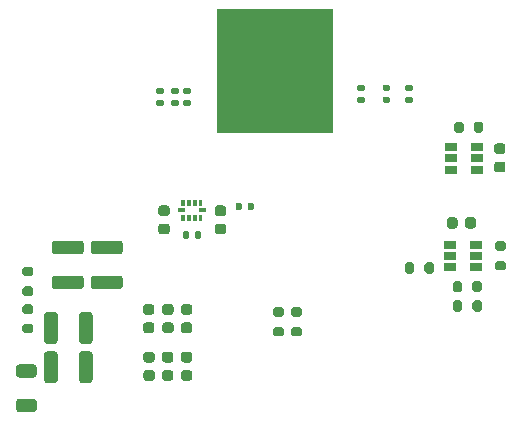
<source format=gbr>
%TF.GenerationSoftware,KiCad,Pcbnew,(5.1.10)-1*%
%TF.CreationDate,2021-08-04T12:31:07+02:00*%
%TF.ProjectId,astropix_v2,61737472-6f70-4697-985f-76322e6b6963,1.0*%
%TF.SameCoordinates,Original*%
%TF.FileFunction,Paste,Top*%
%TF.FilePolarity,Positive*%
%FSLAX46Y46*%
G04 Gerber Fmt 4.6, Leading zero omitted, Abs format (unit mm)*
G04 Created by KiCad (PCBNEW (5.1.10)-1) date 2021-08-04 12:31:07*
%MOMM*%
%LPD*%
G01*
G04 APERTURE LIST*
%ADD10C,0.100000*%
%ADD11R,0.125000X0.500000*%
%ADD12R,0.125000X0.600000*%
%ADD13R,9.800000X10.500000*%
%ADD14R,0.600000X0.125000*%
%ADD15R,1.060000X0.650000*%
G04 APERTURE END LIST*
D10*
%TO.C,U2*%
G36*
X120596300Y-83797697D02*
G01*
X120321302Y-83797697D01*
X120321302Y-83242699D01*
X120596300Y-83242699D01*
X120596300Y-83797697D01*
G37*
G36*
X121096302Y-83797697D02*
G01*
X120821304Y-83797697D01*
X120821304Y-83242699D01*
X121096302Y-83242699D01*
X121096302Y-83797697D01*
G37*
G36*
X121596299Y-83797697D02*
G01*
X121321301Y-83797697D01*
X121321301Y-83242699D01*
X121596299Y-83242699D01*
X121596299Y-83797697D01*
G37*
G36*
X122096299Y-83797697D02*
G01*
X121821301Y-83797697D01*
X121821301Y-83242699D01*
X122096299Y-83242699D01*
X122096299Y-83797697D01*
G37*
G36*
X121766301Y-83042696D02*
G01*
X121766301Y-82717698D01*
X122371299Y-82717698D01*
X122371299Y-83042696D01*
X121766301Y-83042696D01*
G37*
G36*
X122096299Y-82517698D02*
G01*
X121821301Y-82517698D01*
X121821301Y-81962700D01*
X122096299Y-81962700D01*
X122096299Y-82517698D01*
G37*
G36*
X121596299Y-82517698D02*
G01*
X121321301Y-82517698D01*
X121321301Y-81962700D01*
X121596299Y-81962700D01*
X121596299Y-82517698D01*
G37*
G36*
X121096302Y-82517698D02*
G01*
X120821304Y-82517698D01*
X120821304Y-81962700D01*
X121096302Y-81962700D01*
X121096302Y-82517698D01*
G37*
G36*
X120596300Y-82517698D02*
G01*
X120321302Y-82517698D01*
X120321302Y-81962700D01*
X120596300Y-81962700D01*
X120596300Y-82517698D01*
G37*
G36*
X120046300Y-83042696D02*
G01*
X120046300Y-82717698D01*
X120651298Y-82717698D01*
X120651298Y-83042696D01*
X120046300Y-83042696D01*
G37*
%TD*%
%TO.C,R8*%
G36*
G01*
X139388000Y-73265000D02*
X139758000Y-73265000D01*
G75*
G02*
X139893000Y-73400000I0J-135000D01*
G01*
X139893000Y-73670000D01*
G75*
G02*
X139758000Y-73805000I-135000J0D01*
G01*
X139388000Y-73805000D01*
G75*
G02*
X139253000Y-73670000I0J135000D01*
G01*
X139253000Y-73400000D01*
G75*
G02*
X139388000Y-73265000I135000J0D01*
G01*
G37*
G36*
G01*
X139388000Y-72245000D02*
X139758000Y-72245000D01*
G75*
G02*
X139893000Y-72380000I0J-135000D01*
G01*
X139893000Y-72650000D01*
G75*
G02*
X139758000Y-72785000I-135000J0D01*
G01*
X139388000Y-72785000D01*
G75*
G02*
X139253000Y-72650000I0J135000D01*
G01*
X139253000Y-72380000D01*
G75*
G02*
X139388000Y-72245000I135000J0D01*
G01*
G37*
%TD*%
%TO.C,R18*%
G36*
G01*
X135324000Y-73265000D02*
X135694000Y-73265000D01*
G75*
G02*
X135829000Y-73400000I0J-135000D01*
G01*
X135829000Y-73670000D01*
G75*
G02*
X135694000Y-73805000I-135000J0D01*
G01*
X135324000Y-73805000D01*
G75*
G02*
X135189000Y-73670000I0J135000D01*
G01*
X135189000Y-73400000D01*
G75*
G02*
X135324000Y-73265000I135000J0D01*
G01*
G37*
G36*
G01*
X135324000Y-72245000D02*
X135694000Y-72245000D01*
G75*
G02*
X135829000Y-72380000I0J-135000D01*
G01*
X135829000Y-72650000D01*
G75*
G02*
X135694000Y-72785000I-135000J0D01*
G01*
X135324000Y-72785000D01*
G75*
G02*
X135189000Y-72650000I0J135000D01*
G01*
X135189000Y-72380000D01*
G75*
G02*
X135324000Y-72245000I135000J0D01*
G01*
G37*
%TD*%
%TO.C,R17*%
G36*
G01*
X137483000Y-73265000D02*
X137853000Y-73265000D01*
G75*
G02*
X137988000Y-73400000I0J-135000D01*
G01*
X137988000Y-73670000D01*
G75*
G02*
X137853000Y-73805000I-135000J0D01*
G01*
X137483000Y-73805000D01*
G75*
G02*
X137348000Y-73670000I0J135000D01*
G01*
X137348000Y-73400000D01*
G75*
G02*
X137483000Y-73265000I135000J0D01*
G01*
G37*
G36*
G01*
X137483000Y-72245000D02*
X137853000Y-72245000D01*
G75*
G02*
X137988000Y-72380000I0J-135000D01*
G01*
X137988000Y-72650000D01*
G75*
G02*
X137853000Y-72785000I-135000J0D01*
G01*
X137483000Y-72785000D01*
G75*
G02*
X137348000Y-72650000I0J135000D01*
G01*
X137348000Y-72380000D01*
G75*
G02*
X137483000Y-72245000I135000J0D01*
G01*
G37*
%TD*%
%TO.C,R14*%
G36*
G01*
X118676000Y-73039000D02*
X118306000Y-73039000D01*
G75*
G02*
X118171000Y-72904000I0J135000D01*
G01*
X118171000Y-72634000D01*
G75*
G02*
X118306000Y-72499000I135000J0D01*
G01*
X118676000Y-72499000D01*
G75*
G02*
X118811000Y-72634000I0J-135000D01*
G01*
X118811000Y-72904000D01*
G75*
G02*
X118676000Y-73039000I-135000J0D01*
G01*
G37*
G36*
G01*
X118676000Y-74059000D02*
X118306000Y-74059000D01*
G75*
G02*
X118171000Y-73924000I0J135000D01*
G01*
X118171000Y-73654000D01*
G75*
G02*
X118306000Y-73519000I135000J0D01*
G01*
X118676000Y-73519000D01*
G75*
G02*
X118811000Y-73654000I0J-135000D01*
G01*
X118811000Y-73924000D01*
G75*
G02*
X118676000Y-74059000I-135000J0D01*
G01*
G37*
%TD*%
%TO.C,R13*%
G36*
G01*
X120962000Y-73041000D02*
X120592000Y-73041000D01*
G75*
G02*
X120457000Y-72906000I0J135000D01*
G01*
X120457000Y-72636000D01*
G75*
G02*
X120592000Y-72501000I135000J0D01*
G01*
X120962000Y-72501000D01*
G75*
G02*
X121097000Y-72636000I0J-135000D01*
G01*
X121097000Y-72906000D01*
G75*
G02*
X120962000Y-73041000I-135000J0D01*
G01*
G37*
G36*
G01*
X120962000Y-74061000D02*
X120592000Y-74061000D01*
G75*
G02*
X120457000Y-73926000I0J135000D01*
G01*
X120457000Y-73656000D01*
G75*
G02*
X120592000Y-73521000I135000J0D01*
G01*
X120962000Y-73521000D01*
G75*
G02*
X121097000Y-73656000I0J-135000D01*
G01*
X121097000Y-73926000D01*
G75*
G02*
X120962000Y-74061000I-135000J0D01*
G01*
G37*
%TD*%
%TO.C,R10*%
G36*
G01*
X119946000Y-73039000D02*
X119576000Y-73039000D01*
G75*
G02*
X119441000Y-72904000I0J135000D01*
G01*
X119441000Y-72634000D01*
G75*
G02*
X119576000Y-72499000I135000J0D01*
G01*
X119946000Y-72499000D01*
G75*
G02*
X120081000Y-72634000I0J-135000D01*
G01*
X120081000Y-72904000D01*
G75*
G02*
X119946000Y-73039000I-135000J0D01*
G01*
G37*
G36*
G01*
X119946000Y-74059000D02*
X119576000Y-74059000D01*
G75*
G02*
X119441000Y-73924000I0J135000D01*
G01*
X119441000Y-73654000D01*
G75*
G02*
X119576000Y-73519000I135000J0D01*
G01*
X119946000Y-73519000D01*
G75*
G02*
X120081000Y-73654000I0J-135000D01*
G01*
X120081000Y-73924000D01*
G75*
G02*
X119946000Y-74059000I-135000J0D01*
G01*
G37*
%TD*%
%TO.C,C14*%
G36*
G01*
X117826600Y-97313200D02*
X117326600Y-97313200D01*
G75*
G02*
X117101600Y-97088200I0J225000D01*
G01*
X117101600Y-96638200D01*
G75*
G02*
X117326600Y-96413200I225000J0D01*
G01*
X117826600Y-96413200D01*
G75*
G02*
X118051600Y-96638200I0J-225000D01*
G01*
X118051600Y-97088200D01*
G75*
G02*
X117826600Y-97313200I-225000J0D01*
G01*
G37*
G36*
G01*
X117826600Y-95763200D02*
X117326600Y-95763200D01*
G75*
G02*
X117101600Y-95538200I0J225000D01*
G01*
X117101600Y-95088200D01*
G75*
G02*
X117326600Y-94863200I225000J0D01*
G01*
X117826600Y-94863200D01*
G75*
G02*
X118051600Y-95088200I0J-225000D01*
G01*
X118051600Y-95538200D01*
G75*
G02*
X117826600Y-95763200I-225000J0D01*
G01*
G37*
%TD*%
D11*
%TO.C,U4*%
X124220000Y-78120000D03*
X124320000Y-78120000D03*
D12*
X124520000Y-79520000D03*
X124620000Y-80970000D03*
X126820000Y-79520000D03*
X127120000Y-79520000D03*
X127220000Y-78120000D03*
X127320000Y-80970000D03*
X127420000Y-79520000D03*
X127520000Y-78120000D03*
X127620000Y-80970000D03*
X127720000Y-79520000D03*
X127820000Y-78120000D03*
X127920000Y-80970000D03*
X128020000Y-79520000D03*
X128120000Y-78120000D03*
X128220000Y-80970000D03*
X128320000Y-79520000D03*
X128420000Y-78120000D03*
D13*
X128270000Y-71120000D03*
D12*
X128520000Y-80970000D03*
X129920000Y-78120000D03*
X130020000Y-80970000D03*
X130120000Y-79520000D03*
X130220000Y-78120000D03*
X130320000Y-80970000D03*
X130420000Y-79520000D03*
X130520000Y-78120000D03*
D11*
X132720000Y-78120000D03*
X132870000Y-78120000D03*
X132570000Y-78120000D03*
D12*
X131720000Y-78120000D03*
X131820000Y-80970000D03*
X131620000Y-79520000D03*
X131020000Y-79520000D03*
X131120000Y-78120000D03*
X131220000Y-80970000D03*
X130920000Y-80970000D03*
X131320000Y-79520000D03*
X131420000Y-78120000D03*
X130620000Y-80970000D03*
X130820000Y-78120000D03*
X130720000Y-79520000D03*
D11*
X133320000Y-78120000D03*
X133020000Y-78120000D03*
X133170000Y-78120000D03*
D14*
X119120000Y-75470000D03*
X120320000Y-75570000D03*
X121470000Y-75670000D03*
X121470000Y-75970000D03*
X120320000Y-75870000D03*
X119120000Y-75770000D03*
X134920000Y-75770000D03*
X136070000Y-75870000D03*
X136070000Y-75570000D03*
X134920000Y-75470000D03*
X137270000Y-75670000D03*
X137270000Y-75970000D03*
%TD*%
%TO.C,R4*%
G36*
G01*
X125919200Y-82735000D02*
X125919200Y-82365000D01*
G75*
G02*
X126054200Y-82230000I135000J0D01*
G01*
X126324200Y-82230000D01*
G75*
G02*
X126459200Y-82365000I0J-135000D01*
G01*
X126459200Y-82735000D01*
G75*
G02*
X126324200Y-82870000I-135000J0D01*
G01*
X126054200Y-82870000D01*
G75*
G02*
X125919200Y-82735000I0J135000D01*
G01*
G37*
G36*
G01*
X124899200Y-82735000D02*
X124899200Y-82365000D01*
G75*
G02*
X125034200Y-82230000I135000J0D01*
G01*
X125304200Y-82230000D01*
G75*
G02*
X125439200Y-82365000I0J-135000D01*
G01*
X125439200Y-82735000D01*
G75*
G02*
X125304200Y-82870000I-135000J0D01*
G01*
X125034200Y-82870000D01*
G75*
G02*
X124899200Y-82735000I0J135000D01*
G01*
G37*
%TD*%
%TO.C,C3*%
G36*
G01*
X109844000Y-95064399D02*
X109844000Y-97264401D01*
G75*
G02*
X109594001Y-97514400I-249999J0D01*
G01*
X108943999Y-97514400D01*
G75*
G02*
X108694000Y-97264401I0J249999D01*
G01*
X108694000Y-95064399D01*
G75*
G02*
X108943999Y-94814400I249999J0D01*
G01*
X109594001Y-94814400D01*
G75*
G02*
X109844000Y-95064399I0J-249999D01*
G01*
G37*
G36*
G01*
X112794000Y-95064399D02*
X112794000Y-97264401D01*
G75*
G02*
X112544001Y-97514400I-249999J0D01*
G01*
X111893999Y-97514400D01*
G75*
G02*
X111644000Y-97264401I0J249999D01*
G01*
X111644000Y-95064399D01*
G75*
G02*
X111893999Y-94814400I249999J0D01*
G01*
X112544001Y-94814400D01*
G75*
G02*
X112794000Y-95064399I0J-249999D01*
G01*
G37*
%TD*%
%TO.C,R3*%
G36*
G01*
X121448800Y-85148000D02*
X121448800Y-84778000D01*
G75*
G02*
X121583800Y-84643000I135000J0D01*
G01*
X121853800Y-84643000D01*
G75*
G02*
X121988800Y-84778000I0J-135000D01*
G01*
X121988800Y-85148000D01*
G75*
G02*
X121853800Y-85283000I-135000J0D01*
G01*
X121583800Y-85283000D01*
G75*
G02*
X121448800Y-85148000I0J135000D01*
G01*
G37*
G36*
G01*
X120428800Y-85148000D02*
X120428800Y-84778000D01*
G75*
G02*
X120563800Y-84643000I135000J0D01*
G01*
X120833800Y-84643000D01*
G75*
G02*
X120968800Y-84778000I0J-135000D01*
G01*
X120968800Y-85148000D01*
G75*
G02*
X120833800Y-85283000I-135000J0D01*
G01*
X120563800Y-85283000D01*
G75*
G02*
X120428800Y-85148000I0J135000D01*
G01*
G37*
%TD*%
%TO.C,R6*%
G36*
G01*
X144228500Y-75569400D02*
X144228500Y-76119400D01*
G75*
G02*
X144028500Y-76319400I-200000J0D01*
G01*
X143628500Y-76319400D01*
G75*
G02*
X143428500Y-76119400I0J200000D01*
G01*
X143428500Y-75569400D01*
G75*
G02*
X143628500Y-75369400I200000J0D01*
G01*
X144028500Y-75369400D01*
G75*
G02*
X144228500Y-75569400I0J-200000D01*
G01*
G37*
G36*
G01*
X145878500Y-75569400D02*
X145878500Y-76119400D01*
G75*
G02*
X145678500Y-76319400I-200000J0D01*
G01*
X145278500Y-76319400D01*
G75*
G02*
X145078500Y-76119400I0J200000D01*
G01*
X145078500Y-75569400D01*
G75*
G02*
X145278500Y-75369400I200000J0D01*
G01*
X145678500Y-75369400D01*
G75*
G02*
X145878500Y-75569400I0J-200000D01*
G01*
G37*
%TD*%
%TO.C,C7*%
G36*
G01*
X118596600Y-84018000D02*
X119096600Y-84018000D01*
G75*
G02*
X119321600Y-84243000I0J-225000D01*
G01*
X119321600Y-84693000D01*
G75*
G02*
X119096600Y-84918000I-225000J0D01*
G01*
X118596600Y-84918000D01*
G75*
G02*
X118371600Y-84693000I0J225000D01*
G01*
X118371600Y-84243000D01*
G75*
G02*
X118596600Y-84018000I225000J0D01*
G01*
G37*
G36*
G01*
X118596600Y-82468000D02*
X119096600Y-82468000D01*
G75*
G02*
X119321600Y-82693000I0J-225000D01*
G01*
X119321600Y-83143000D01*
G75*
G02*
X119096600Y-83368000I-225000J0D01*
G01*
X118596600Y-83368000D01*
G75*
G02*
X118371600Y-83143000I0J225000D01*
G01*
X118371600Y-82693000D01*
G75*
G02*
X118596600Y-82468000I225000J0D01*
G01*
G37*
%TD*%
%TO.C,R5*%
G36*
G01*
X130323000Y-91904000D02*
X129773000Y-91904000D01*
G75*
G02*
X129573000Y-91704000I0J200000D01*
G01*
X129573000Y-91304000D01*
G75*
G02*
X129773000Y-91104000I200000J0D01*
G01*
X130323000Y-91104000D01*
G75*
G02*
X130523000Y-91304000I0J-200000D01*
G01*
X130523000Y-91704000D01*
G75*
G02*
X130323000Y-91904000I-200000J0D01*
G01*
G37*
G36*
G01*
X130323000Y-93554000D02*
X129773000Y-93554000D01*
G75*
G02*
X129573000Y-93354000I0J200000D01*
G01*
X129573000Y-92954000D01*
G75*
G02*
X129773000Y-92754000I200000J0D01*
G01*
X130323000Y-92754000D01*
G75*
G02*
X130523000Y-92954000I0J-200000D01*
G01*
X130523000Y-93354000D01*
G75*
G02*
X130323000Y-93554000I-200000J0D01*
G01*
G37*
%TD*%
%TO.C,R16*%
G36*
G01*
X144101000Y-89082200D02*
X144101000Y-89632200D01*
G75*
G02*
X143901000Y-89832200I-200000J0D01*
G01*
X143501000Y-89832200D01*
G75*
G02*
X143301000Y-89632200I0J200000D01*
G01*
X143301000Y-89082200D01*
G75*
G02*
X143501000Y-88882200I200000J0D01*
G01*
X143901000Y-88882200D01*
G75*
G02*
X144101000Y-89082200I0J-200000D01*
G01*
G37*
G36*
G01*
X145751000Y-89082200D02*
X145751000Y-89632200D01*
G75*
G02*
X145551000Y-89832200I-200000J0D01*
G01*
X145151000Y-89832200D01*
G75*
G02*
X144951000Y-89632200I0J200000D01*
G01*
X144951000Y-89082200D01*
G75*
G02*
X145151000Y-88882200I200000J0D01*
G01*
X145551000Y-88882200D01*
G75*
G02*
X145751000Y-89082200I0J-200000D01*
G01*
G37*
%TD*%
%TO.C,R15*%
G36*
G01*
X147595000Y-86316000D02*
X147045000Y-86316000D01*
G75*
G02*
X146845000Y-86116000I0J200000D01*
G01*
X146845000Y-85716000D01*
G75*
G02*
X147045000Y-85516000I200000J0D01*
G01*
X147595000Y-85516000D01*
G75*
G02*
X147795000Y-85716000I0J-200000D01*
G01*
X147795000Y-86116000D01*
G75*
G02*
X147595000Y-86316000I-200000J0D01*
G01*
G37*
G36*
G01*
X147595000Y-87966000D02*
X147045000Y-87966000D01*
G75*
G02*
X146845000Y-87766000I0J200000D01*
G01*
X146845000Y-87366000D01*
G75*
G02*
X147045000Y-87166000I200000J0D01*
G01*
X147595000Y-87166000D01*
G75*
G02*
X147795000Y-87366000I0J-200000D01*
G01*
X147795000Y-87766000D01*
G75*
G02*
X147595000Y-87966000I-200000J0D01*
G01*
G37*
%TD*%
%TO.C,R9*%
G36*
G01*
X140037000Y-87482000D02*
X140037000Y-88032000D01*
G75*
G02*
X139837000Y-88232000I-200000J0D01*
G01*
X139437000Y-88232000D01*
G75*
G02*
X139237000Y-88032000I0J200000D01*
G01*
X139237000Y-87482000D01*
G75*
G02*
X139437000Y-87282000I200000J0D01*
G01*
X139837000Y-87282000D01*
G75*
G02*
X140037000Y-87482000I0J-200000D01*
G01*
G37*
G36*
G01*
X141687000Y-87482000D02*
X141687000Y-88032000D01*
G75*
G02*
X141487000Y-88232000I-200000J0D01*
G01*
X141087000Y-88232000D01*
G75*
G02*
X140887000Y-88032000I0J200000D01*
G01*
X140887000Y-87482000D01*
G75*
G02*
X141087000Y-87282000I200000J0D01*
G01*
X141487000Y-87282000D01*
G75*
G02*
X141687000Y-87482000I0J-200000D01*
G01*
G37*
%TD*%
%TO.C,R1*%
G36*
G01*
X106562997Y-98842400D02*
X107813003Y-98842400D01*
G75*
G02*
X108063000Y-99092397I0J-249997D01*
G01*
X108063000Y-99717403D01*
G75*
G02*
X107813003Y-99967400I-249997J0D01*
G01*
X106562997Y-99967400D01*
G75*
G02*
X106313000Y-99717403I0J249997D01*
G01*
X106313000Y-99092397D01*
G75*
G02*
X106562997Y-98842400I249997J0D01*
G01*
G37*
G36*
G01*
X106562997Y-95917400D02*
X107813003Y-95917400D01*
G75*
G02*
X108063000Y-96167397I0J-249997D01*
G01*
X108063000Y-96792403D01*
G75*
G02*
X107813003Y-97042400I-249997J0D01*
G01*
X106562997Y-97042400D01*
G75*
G02*
X106313000Y-96792403I0J249997D01*
G01*
X106313000Y-96167397D01*
G75*
G02*
X106562997Y-95917400I249997J0D01*
G01*
G37*
%TD*%
D15*
%TO.C,U1*%
X145245000Y-86741000D03*
X145245000Y-85791000D03*
X145245000Y-87691000D03*
X143045000Y-87691000D03*
X143045000Y-86741000D03*
X143045000Y-85791000D03*
%TD*%
%TO.C,U3*%
X145372000Y-78486000D03*
X145372000Y-77536000D03*
X145372000Y-79436000D03*
X143172000Y-79436000D03*
X143172000Y-78486000D03*
X143172000Y-77536000D03*
%TD*%
%TO.C,R12*%
G36*
G01*
X107590000Y-88475000D02*
X107040000Y-88475000D01*
G75*
G02*
X106840000Y-88275000I0J200000D01*
G01*
X106840000Y-87875000D01*
G75*
G02*
X107040000Y-87675000I200000J0D01*
G01*
X107590000Y-87675000D01*
G75*
G02*
X107790000Y-87875000I0J-200000D01*
G01*
X107790000Y-88275000D01*
G75*
G02*
X107590000Y-88475000I-200000J0D01*
G01*
G37*
G36*
G01*
X107590000Y-90125000D02*
X107040000Y-90125000D01*
G75*
G02*
X106840000Y-89925000I0J200000D01*
G01*
X106840000Y-89525000D01*
G75*
G02*
X107040000Y-89325000I200000J0D01*
G01*
X107590000Y-89325000D01*
G75*
G02*
X107790000Y-89525000I0J-200000D01*
G01*
X107790000Y-89925000D01*
G75*
G02*
X107590000Y-90125000I-200000J0D01*
G01*
G37*
%TD*%
%TO.C,R11*%
G36*
G01*
X107040000Y-92500000D02*
X107590000Y-92500000D01*
G75*
G02*
X107790000Y-92700000I0J-200000D01*
G01*
X107790000Y-93100000D01*
G75*
G02*
X107590000Y-93300000I-200000J0D01*
G01*
X107040000Y-93300000D01*
G75*
G02*
X106840000Y-93100000I0J200000D01*
G01*
X106840000Y-92700000D01*
G75*
G02*
X107040000Y-92500000I200000J0D01*
G01*
G37*
G36*
G01*
X107040000Y-90850000D02*
X107590000Y-90850000D01*
G75*
G02*
X107790000Y-91050000I0J-200000D01*
G01*
X107790000Y-91450000D01*
G75*
G02*
X107590000Y-91650000I-200000J0D01*
G01*
X107040000Y-91650000D01*
G75*
G02*
X106840000Y-91450000I0J200000D01*
G01*
X106840000Y-91050000D01*
G75*
G02*
X107040000Y-90850000I200000J0D01*
G01*
G37*
%TD*%
%TO.C,C6*%
G36*
G01*
X111793201Y-86603000D02*
X109593199Y-86603000D01*
G75*
G02*
X109343200Y-86353001I0J249999D01*
G01*
X109343200Y-85702999D01*
G75*
G02*
X109593199Y-85453000I249999J0D01*
G01*
X111793201Y-85453000D01*
G75*
G02*
X112043200Y-85702999I0J-249999D01*
G01*
X112043200Y-86353001D01*
G75*
G02*
X111793201Y-86603000I-249999J0D01*
G01*
G37*
G36*
G01*
X111793201Y-89553000D02*
X109593199Y-89553000D01*
G75*
G02*
X109343200Y-89303001I0J249999D01*
G01*
X109343200Y-88652999D01*
G75*
G02*
X109593199Y-88403000I249999J0D01*
G01*
X111793201Y-88403000D01*
G75*
G02*
X112043200Y-88652999I0J-249999D01*
G01*
X112043200Y-89303001D01*
G75*
G02*
X111793201Y-89553000I-249999J0D01*
G01*
G37*
%TD*%
%TO.C,C5*%
G36*
G01*
X109844000Y-91736999D02*
X109844000Y-93937001D01*
G75*
G02*
X109594001Y-94187000I-249999J0D01*
G01*
X108943999Y-94187000D01*
G75*
G02*
X108694000Y-93937001I0J249999D01*
G01*
X108694000Y-91736999D01*
G75*
G02*
X108943999Y-91487000I249999J0D01*
G01*
X109594001Y-91487000D01*
G75*
G02*
X109844000Y-91736999I0J-249999D01*
G01*
G37*
G36*
G01*
X112794000Y-91736999D02*
X112794000Y-93937001D01*
G75*
G02*
X112544001Y-94187000I-249999J0D01*
G01*
X111893999Y-94187000D01*
G75*
G02*
X111644000Y-93937001I0J249999D01*
G01*
X111644000Y-91736999D01*
G75*
G02*
X111893999Y-91487000I249999J0D01*
G01*
X112544001Y-91487000D01*
G75*
G02*
X112794000Y-91736999I0J-249999D01*
G01*
G37*
%TD*%
%TO.C,C4*%
G36*
G01*
X115095201Y-86603000D02*
X112895199Y-86603000D01*
G75*
G02*
X112645200Y-86353001I0J249999D01*
G01*
X112645200Y-85702999D01*
G75*
G02*
X112895199Y-85453000I249999J0D01*
G01*
X115095201Y-85453000D01*
G75*
G02*
X115345200Y-85702999I0J-249999D01*
G01*
X115345200Y-86353001D01*
G75*
G02*
X115095201Y-86603000I-249999J0D01*
G01*
G37*
G36*
G01*
X115095201Y-89553000D02*
X112895199Y-89553000D01*
G75*
G02*
X112645200Y-89303001I0J249999D01*
G01*
X112645200Y-88652999D01*
G75*
G02*
X112895199Y-88403000I249999J0D01*
G01*
X115095201Y-88403000D01*
G75*
G02*
X115345200Y-88652999I0J-249999D01*
G01*
X115345200Y-89303001D01*
G75*
G02*
X115095201Y-89553000I-249999J0D01*
G01*
G37*
%TD*%
%TO.C,R7*%
G36*
G01*
X128799000Y-91904000D02*
X128249000Y-91904000D01*
G75*
G02*
X128049000Y-91704000I0J200000D01*
G01*
X128049000Y-91304000D01*
G75*
G02*
X128249000Y-91104000I200000J0D01*
G01*
X128799000Y-91104000D01*
G75*
G02*
X128999000Y-91304000I0J-200000D01*
G01*
X128999000Y-91704000D01*
G75*
G02*
X128799000Y-91904000I-200000J0D01*
G01*
G37*
G36*
G01*
X128799000Y-93554000D02*
X128249000Y-93554000D01*
G75*
G02*
X128049000Y-93354000I0J200000D01*
G01*
X128049000Y-92954000D01*
G75*
G02*
X128249000Y-92754000I200000J0D01*
G01*
X128799000Y-92754000D01*
G75*
G02*
X128999000Y-92954000I0J-200000D01*
G01*
X128999000Y-93354000D01*
G75*
G02*
X128799000Y-93554000I-200000J0D01*
G01*
G37*
%TD*%
%TO.C,R2*%
G36*
G01*
X144101000Y-90707800D02*
X144101000Y-91257800D01*
G75*
G02*
X143901000Y-91457800I-200000J0D01*
G01*
X143501000Y-91457800D01*
G75*
G02*
X143301000Y-91257800I0J200000D01*
G01*
X143301000Y-90707800D01*
G75*
G02*
X143501000Y-90507800I200000J0D01*
G01*
X143901000Y-90507800D01*
G75*
G02*
X144101000Y-90707800I0J-200000D01*
G01*
G37*
G36*
G01*
X145751000Y-90707800D02*
X145751000Y-91257800D01*
G75*
G02*
X145551000Y-91457800I-200000J0D01*
G01*
X145151000Y-91457800D01*
G75*
G02*
X144951000Y-91257800I0J200000D01*
G01*
X144951000Y-90707800D01*
G75*
G02*
X145151000Y-90507800I200000J0D01*
G01*
X145551000Y-90507800D01*
G75*
G02*
X145751000Y-90707800I0J-200000D01*
G01*
G37*
%TD*%
%TO.C,C10*%
G36*
G01*
X117301200Y-92374600D02*
X117801200Y-92374600D01*
G75*
G02*
X118026200Y-92599600I0J-225000D01*
G01*
X118026200Y-93049600D01*
G75*
G02*
X117801200Y-93274600I-225000J0D01*
G01*
X117301200Y-93274600D01*
G75*
G02*
X117076200Y-93049600I0J225000D01*
G01*
X117076200Y-92599600D01*
G75*
G02*
X117301200Y-92374600I225000J0D01*
G01*
G37*
G36*
G01*
X117301200Y-90824600D02*
X117801200Y-90824600D01*
G75*
G02*
X118026200Y-91049600I0J-225000D01*
G01*
X118026200Y-91499600D01*
G75*
G02*
X117801200Y-91724600I-225000J0D01*
G01*
X117301200Y-91724600D01*
G75*
G02*
X117076200Y-91499600I0J225000D01*
G01*
X117076200Y-91049600D01*
G75*
G02*
X117301200Y-90824600I225000J0D01*
G01*
G37*
%TD*%
%TO.C,C12*%
G36*
G01*
X123371800Y-84018000D02*
X123871800Y-84018000D01*
G75*
G02*
X124096800Y-84243000I0J-225000D01*
G01*
X124096800Y-84693000D01*
G75*
G02*
X123871800Y-84918000I-225000J0D01*
G01*
X123371800Y-84918000D01*
G75*
G02*
X123146800Y-84693000I0J225000D01*
G01*
X123146800Y-84243000D01*
G75*
G02*
X123371800Y-84018000I225000J0D01*
G01*
G37*
G36*
G01*
X123371800Y-82468000D02*
X123871800Y-82468000D01*
G75*
G02*
X124096800Y-82693000I0J-225000D01*
G01*
X124096800Y-83143000D01*
G75*
G02*
X123871800Y-83368000I-225000J0D01*
G01*
X123371800Y-83368000D01*
G75*
G02*
X123146800Y-83143000I0J225000D01*
G01*
X123146800Y-82693000D01*
G75*
G02*
X123371800Y-82468000I225000J0D01*
G01*
G37*
%TD*%
%TO.C,C13*%
G36*
G01*
X119401400Y-95763200D02*
X118901400Y-95763200D01*
G75*
G02*
X118676400Y-95538200I0J225000D01*
G01*
X118676400Y-95088200D01*
G75*
G02*
X118901400Y-94863200I225000J0D01*
G01*
X119401400Y-94863200D01*
G75*
G02*
X119626400Y-95088200I0J-225000D01*
G01*
X119626400Y-95538200D01*
G75*
G02*
X119401400Y-95763200I-225000J0D01*
G01*
G37*
G36*
G01*
X119401400Y-97313200D02*
X118901400Y-97313200D01*
G75*
G02*
X118676400Y-97088200I0J225000D01*
G01*
X118676400Y-96638200D01*
G75*
G02*
X118901400Y-96413200I225000J0D01*
G01*
X119401400Y-96413200D01*
G75*
G02*
X119626400Y-96638200I0J-225000D01*
G01*
X119626400Y-97088200D01*
G75*
G02*
X119401400Y-97313200I-225000J0D01*
G01*
G37*
%TD*%
%TO.C,C11*%
G36*
G01*
X121001600Y-95763200D02*
X120501600Y-95763200D01*
G75*
G02*
X120276600Y-95538200I0J225000D01*
G01*
X120276600Y-95088200D01*
G75*
G02*
X120501600Y-94863200I225000J0D01*
G01*
X121001600Y-94863200D01*
G75*
G02*
X121226600Y-95088200I0J-225000D01*
G01*
X121226600Y-95538200D01*
G75*
G02*
X121001600Y-95763200I-225000J0D01*
G01*
G37*
G36*
G01*
X121001600Y-97313200D02*
X120501600Y-97313200D01*
G75*
G02*
X120276600Y-97088200I0J225000D01*
G01*
X120276600Y-96638200D01*
G75*
G02*
X120501600Y-96413200I225000J0D01*
G01*
X121001600Y-96413200D01*
G75*
G02*
X121226600Y-96638200I0J-225000D01*
G01*
X121226600Y-97088200D01*
G75*
G02*
X121001600Y-97313200I-225000J0D01*
G01*
G37*
%TD*%
%TO.C,C9*%
G36*
G01*
X118926800Y-92374600D02*
X119426800Y-92374600D01*
G75*
G02*
X119651800Y-92599600I0J-225000D01*
G01*
X119651800Y-93049600D01*
G75*
G02*
X119426800Y-93274600I-225000J0D01*
G01*
X118926800Y-93274600D01*
G75*
G02*
X118701800Y-93049600I0J225000D01*
G01*
X118701800Y-92599600D01*
G75*
G02*
X118926800Y-92374600I225000J0D01*
G01*
G37*
G36*
G01*
X118926800Y-90824600D02*
X119426800Y-90824600D01*
G75*
G02*
X119651800Y-91049600I0J-225000D01*
G01*
X119651800Y-91499600D01*
G75*
G02*
X119426800Y-91724600I-225000J0D01*
G01*
X118926800Y-91724600D01*
G75*
G02*
X118701800Y-91499600I0J225000D01*
G01*
X118701800Y-91049600D01*
G75*
G02*
X118926800Y-90824600I225000J0D01*
G01*
G37*
%TD*%
%TO.C,C8*%
G36*
G01*
X120501600Y-92374600D02*
X121001600Y-92374600D01*
G75*
G02*
X121226600Y-92599600I0J-225000D01*
G01*
X121226600Y-93049600D01*
G75*
G02*
X121001600Y-93274600I-225000J0D01*
G01*
X120501600Y-93274600D01*
G75*
G02*
X120276600Y-93049600I0J225000D01*
G01*
X120276600Y-92599600D01*
G75*
G02*
X120501600Y-92374600I225000J0D01*
G01*
G37*
G36*
G01*
X120501600Y-90824600D02*
X121001600Y-90824600D01*
G75*
G02*
X121226600Y-91049600I0J-225000D01*
G01*
X121226600Y-91499600D01*
G75*
G02*
X121001600Y-91724600I-225000J0D01*
G01*
X120501600Y-91724600D01*
G75*
G02*
X120276600Y-91499600I0J225000D01*
G01*
X120276600Y-91049600D01*
G75*
G02*
X120501600Y-90824600I225000J0D01*
G01*
G37*
%TD*%
%TO.C,C2*%
G36*
G01*
X143693000Y-83697000D02*
X143693000Y-84197000D01*
G75*
G02*
X143468000Y-84422000I-225000J0D01*
G01*
X143018000Y-84422000D01*
G75*
G02*
X142793000Y-84197000I0J225000D01*
G01*
X142793000Y-83697000D01*
G75*
G02*
X143018000Y-83472000I225000J0D01*
G01*
X143468000Y-83472000D01*
G75*
G02*
X143693000Y-83697000I0J-225000D01*
G01*
G37*
G36*
G01*
X145243000Y-83697000D02*
X145243000Y-84197000D01*
G75*
G02*
X145018000Y-84422000I-225000J0D01*
G01*
X144568000Y-84422000D01*
G75*
G02*
X144343000Y-84197000I0J225000D01*
G01*
X144343000Y-83697000D01*
G75*
G02*
X144568000Y-83472000I225000J0D01*
G01*
X145018000Y-83472000D01*
G75*
G02*
X145243000Y-83697000I0J-225000D01*
G01*
G37*
%TD*%
%TO.C,C1*%
G36*
G01*
X147019200Y-78760200D02*
X147519200Y-78760200D01*
G75*
G02*
X147744200Y-78985200I0J-225000D01*
G01*
X147744200Y-79435200D01*
G75*
G02*
X147519200Y-79660200I-225000J0D01*
G01*
X147019200Y-79660200D01*
G75*
G02*
X146794200Y-79435200I0J225000D01*
G01*
X146794200Y-78985200D01*
G75*
G02*
X147019200Y-78760200I225000J0D01*
G01*
G37*
G36*
G01*
X147019200Y-77210200D02*
X147519200Y-77210200D01*
G75*
G02*
X147744200Y-77435200I0J-225000D01*
G01*
X147744200Y-77885200D01*
G75*
G02*
X147519200Y-78110200I-225000J0D01*
G01*
X147019200Y-78110200D01*
G75*
G02*
X146794200Y-77885200I0J225000D01*
G01*
X146794200Y-77435200D01*
G75*
G02*
X147019200Y-77210200I225000J0D01*
G01*
G37*
%TD*%
M02*

</source>
